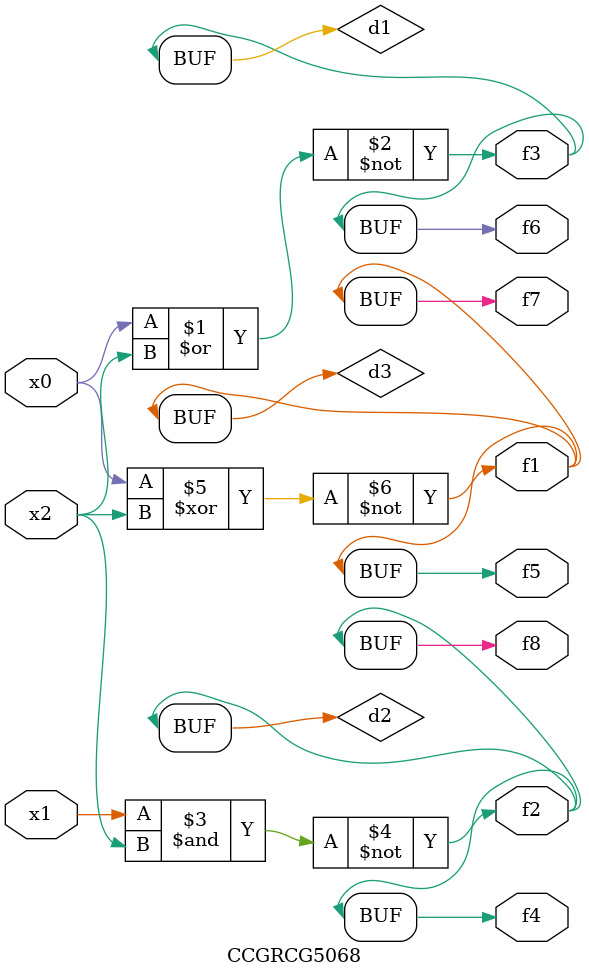
<source format=v>
module CCGRCG5068(
	input x0, x1, x2,
	output f1, f2, f3, f4, f5, f6, f7, f8
);

	wire d1, d2, d3;

	nor (d1, x0, x2);
	nand (d2, x1, x2);
	xnor (d3, x0, x2);
	assign f1 = d3;
	assign f2 = d2;
	assign f3 = d1;
	assign f4 = d2;
	assign f5 = d3;
	assign f6 = d1;
	assign f7 = d3;
	assign f8 = d2;
endmodule

</source>
